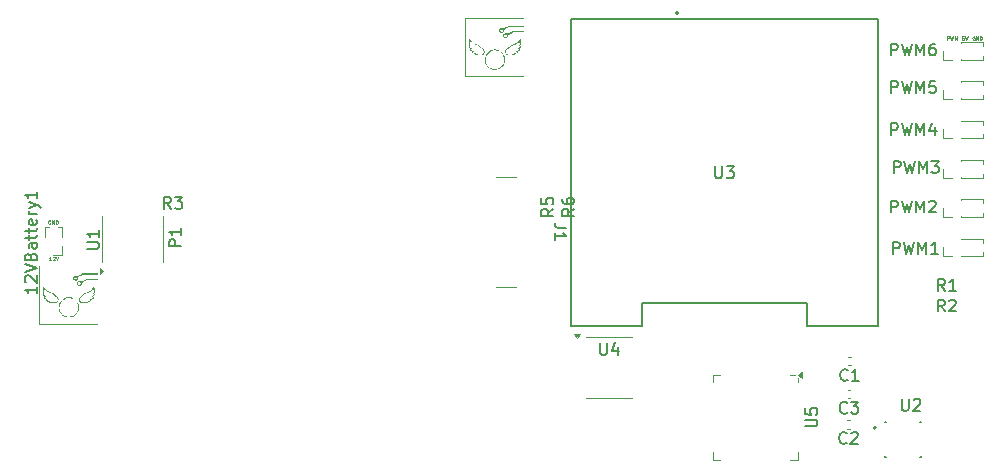
<source format=gbr>
%TF.GenerationSoftware,KiCad,Pcbnew,9.0.3*%
%TF.CreationDate,2025-07-28T19:10:52+02:00*%
%TF.ProjectId,hermes,6865726d-6573-42e6-9b69-6361645f7063,rev?*%
%TF.SameCoordinates,Original*%
%TF.FileFunction,Legend,Top*%
%TF.FilePolarity,Positive*%
%FSLAX46Y46*%
G04 Gerber Fmt 4.6, Leading zero omitted, Abs format (unit mm)*
G04 Created by KiCad (PCBNEW 9.0.3) date 2025-07-28 19:10:52*
%MOMM*%
%LPD*%
G01*
G04 APERTURE LIST*
%ADD10C,0.075000*%
%ADD11C,0.150000*%
%ADD12C,0.000000*%
%ADD13C,0.120000*%
%ADD14C,0.200000*%
%ADD15C,0.127000*%
G04 APERTURE END LIST*
D10*
X184067913Y-89133671D02*
X184039342Y-89119385D01*
X184039342Y-89119385D02*
X183996484Y-89119385D01*
X183996484Y-89119385D02*
X183953627Y-89133671D01*
X183953627Y-89133671D02*
X183925056Y-89162242D01*
X183925056Y-89162242D02*
X183910770Y-89190814D01*
X183910770Y-89190814D02*
X183896484Y-89247957D01*
X183896484Y-89247957D02*
X183896484Y-89290814D01*
X183896484Y-89290814D02*
X183910770Y-89347957D01*
X183910770Y-89347957D02*
X183925056Y-89376528D01*
X183925056Y-89376528D02*
X183953627Y-89405100D01*
X183953627Y-89405100D02*
X183996484Y-89419385D01*
X183996484Y-89419385D02*
X184025056Y-89419385D01*
X184025056Y-89419385D02*
X184067913Y-89405100D01*
X184067913Y-89405100D02*
X184082199Y-89390814D01*
X184082199Y-89390814D02*
X184082199Y-89290814D01*
X184082199Y-89290814D02*
X184025056Y-89290814D01*
X184210770Y-89419385D02*
X184210770Y-89119385D01*
X184210770Y-89119385D02*
X184382199Y-89419385D01*
X184382199Y-89419385D02*
X184382199Y-89119385D01*
X184525056Y-89419385D02*
X184525056Y-89119385D01*
X184525056Y-89119385D02*
X184596485Y-89119385D01*
X184596485Y-89119385D02*
X184639342Y-89133671D01*
X184639342Y-89133671D02*
X184667913Y-89162242D01*
X184667913Y-89162242D02*
X184682199Y-89190814D01*
X184682199Y-89190814D02*
X184696485Y-89247957D01*
X184696485Y-89247957D02*
X184696485Y-89290814D01*
X184696485Y-89290814D02*
X184682199Y-89347957D01*
X184682199Y-89347957D02*
X184667913Y-89376528D01*
X184667913Y-89376528D02*
X184639342Y-89405100D01*
X184639342Y-89405100D02*
X184596485Y-89419385D01*
X184596485Y-89419385D02*
X184525056Y-89419385D01*
X181750770Y-89409385D02*
X181750770Y-89109385D01*
X181750770Y-89109385D02*
X181865056Y-89109385D01*
X181865056Y-89109385D02*
X181893627Y-89123671D01*
X181893627Y-89123671D02*
X181907913Y-89137957D01*
X181907913Y-89137957D02*
X181922199Y-89166528D01*
X181922199Y-89166528D02*
X181922199Y-89209385D01*
X181922199Y-89209385D02*
X181907913Y-89237957D01*
X181907913Y-89237957D02*
X181893627Y-89252242D01*
X181893627Y-89252242D02*
X181865056Y-89266528D01*
X181865056Y-89266528D02*
X181750770Y-89266528D01*
X182022199Y-89109385D02*
X182093627Y-89409385D01*
X182093627Y-89409385D02*
X182150770Y-89195100D01*
X182150770Y-89195100D02*
X182207913Y-89409385D01*
X182207913Y-89409385D02*
X182279342Y-89109385D01*
X182393627Y-89409385D02*
X182393627Y-89109385D01*
X182393627Y-89109385D02*
X182493627Y-89323671D01*
X182493627Y-89323671D02*
X182593627Y-89109385D01*
X182593627Y-89109385D02*
X182593627Y-89409385D01*
X183193627Y-89109385D02*
X183050770Y-89109385D01*
X183050770Y-89109385D02*
X183036484Y-89252242D01*
X183036484Y-89252242D02*
X183050770Y-89237957D01*
X183050770Y-89237957D02*
X183079342Y-89223671D01*
X183079342Y-89223671D02*
X183150770Y-89223671D01*
X183150770Y-89223671D02*
X183179342Y-89237957D01*
X183179342Y-89237957D02*
X183193627Y-89252242D01*
X183193627Y-89252242D02*
X183207913Y-89280814D01*
X183207913Y-89280814D02*
X183207913Y-89352242D01*
X183207913Y-89352242D02*
X183193627Y-89380814D01*
X183193627Y-89380814D02*
X183179342Y-89395100D01*
X183179342Y-89395100D02*
X183150770Y-89409385D01*
X183150770Y-89409385D02*
X183079342Y-89409385D01*
X183079342Y-89409385D02*
X183050770Y-89395100D01*
X183050770Y-89395100D02*
X183036484Y-89380814D01*
X183293627Y-89109385D02*
X183393627Y-89409385D01*
X183393627Y-89409385D02*
X183493627Y-89109385D01*
X105827913Y-104723671D02*
X105799342Y-104709385D01*
X105799342Y-104709385D02*
X105756484Y-104709385D01*
X105756484Y-104709385D02*
X105713627Y-104723671D01*
X105713627Y-104723671D02*
X105685056Y-104752242D01*
X105685056Y-104752242D02*
X105670770Y-104780814D01*
X105670770Y-104780814D02*
X105656484Y-104837957D01*
X105656484Y-104837957D02*
X105656484Y-104880814D01*
X105656484Y-104880814D02*
X105670770Y-104937957D01*
X105670770Y-104937957D02*
X105685056Y-104966528D01*
X105685056Y-104966528D02*
X105713627Y-104995100D01*
X105713627Y-104995100D02*
X105756484Y-105009385D01*
X105756484Y-105009385D02*
X105785056Y-105009385D01*
X105785056Y-105009385D02*
X105827913Y-104995100D01*
X105827913Y-104995100D02*
X105842199Y-104980814D01*
X105842199Y-104980814D02*
X105842199Y-104880814D01*
X105842199Y-104880814D02*
X105785056Y-104880814D01*
X105970770Y-105009385D02*
X105970770Y-104709385D01*
X105970770Y-104709385D02*
X106142199Y-105009385D01*
X106142199Y-105009385D02*
X106142199Y-104709385D01*
X106285056Y-105009385D02*
X106285056Y-104709385D01*
X106285056Y-104709385D02*
X106356485Y-104709385D01*
X106356485Y-104709385D02*
X106399342Y-104723671D01*
X106399342Y-104723671D02*
X106427913Y-104752242D01*
X106427913Y-104752242D02*
X106442199Y-104780814D01*
X106442199Y-104780814D02*
X106456485Y-104837957D01*
X106456485Y-104837957D02*
X106456485Y-104880814D01*
X106456485Y-104880814D02*
X106442199Y-104937957D01*
X106442199Y-104937957D02*
X106427913Y-104966528D01*
X106427913Y-104966528D02*
X106399342Y-104995100D01*
X106399342Y-104995100D02*
X106356485Y-105009385D01*
X106356485Y-105009385D02*
X106285056Y-105009385D01*
X105917913Y-108089385D02*
X105746484Y-108089385D01*
X105832199Y-108089385D02*
X105832199Y-107789385D01*
X105832199Y-107789385D02*
X105803627Y-107832242D01*
X105803627Y-107832242D02*
X105775056Y-107860814D01*
X105775056Y-107860814D02*
X105746484Y-107875100D01*
X106032198Y-107817957D02*
X106046484Y-107803671D01*
X106046484Y-107803671D02*
X106075056Y-107789385D01*
X106075056Y-107789385D02*
X106146484Y-107789385D01*
X106146484Y-107789385D02*
X106175056Y-107803671D01*
X106175056Y-107803671D02*
X106189341Y-107817957D01*
X106189341Y-107817957D02*
X106203627Y-107846528D01*
X106203627Y-107846528D02*
X106203627Y-107875100D01*
X106203627Y-107875100D02*
X106189341Y-107917957D01*
X106189341Y-107917957D02*
X106017913Y-108089385D01*
X106017913Y-108089385D02*
X106203627Y-108089385D01*
X106289341Y-107789385D02*
X106389341Y-108089385D01*
X106389341Y-108089385D02*
X106489341Y-107789385D01*
D11*
X152378095Y-115084819D02*
X152378095Y-115894342D01*
X152378095Y-115894342D02*
X152425714Y-115989580D01*
X152425714Y-115989580D02*
X152473333Y-116037200D01*
X152473333Y-116037200D02*
X152568571Y-116084819D01*
X152568571Y-116084819D02*
X152759047Y-116084819D01*
X152759047Y-116084819D02*
X152854285Y-116037200D01*
X152854285Y-116037200D02*
X152901904Y-115989580D01*
X152901904Y-115989580D02*
X152949523Y-115894342D01*
X152949523Y-115894342D02*
X152949523Y-115084819D01*
X153854285Y-115418152D02*
X153854285Y-116084819D01*
X153616190Y-115037200D02*
X153378095Y-115751485D01*
X153378095Y-115751485D02*
X153997142Y-115751485D01*
X162128095Y-100134819D02*
X162128095Y-100944342D01*
X162128095Y-100944342D02*
X162175714Y-101039580D01*
X162175714Y-101039580D02*
X162223333Y-101087200D01*
X162223333Y-101087200D02*
X162318571Y-101134819D01*
X162318571Y-101134819D02*
X162509047Y-101134819D01*
X162509047Y-101134819D02*
X162604285Y-101087200D01*
X162604285Y-101087200D02*
X162651904Y-101039580D01*
X162651904Y-101039580D02*
X162699523Y-100944342D01*
X162699523Y-100944342D02*
X162699523Y-100134819D01*
X163080476Y-100134819D02*
X163699523Y-100134819D01*
X163699523Y-100134819D02*
X163366190Y-100515771D01*
X163366190Y-100515771D02*
X163509047Y-100515771D01*
X163509047Y-100515771D02*
X163604285Y-100563390D01*
X163604285Y-100563390D02*
X163651904Y-100611009D01*
X163651904Y-100611009D02*
X163699523Y-100706247D01*
X163699523Y-100706247D02*
X163699523Y-100944342D01*
X163699523Y-100944342D02*
X163651904Y-101039580D01*
X163651904Y-101039580D02*
X163604285Y-101087200D01*
X163604285Y-101087200D02*
X163509047Y-101134819D01*
X163509047Y-101134819D02*
X163223333Y-101134819D01*
X163223333Y-101134819D02*
X163128095Y-101087200D01*
X163128095Y-101087200D02*
X163080476Y-101039580D01*
X177009048Y-90724819D02*
X177009048Y-89724819D01*
X177009048Y-89724819D02*
X177390000Y-89724819D01*
X177390000Y-89724819D02*
X177485238Y-89772438D01*
X177485238Y-89772438D02*
X177532857Y-89820057D01*
X177532857Y-89820057D02*
X177580476Y-89915295D01*
X177580476Y-89915295D02*
X177580476Y-90058152D01*
X177580476Y-90058152D02*
X177532857Y-90153390D01*
X177532857Y-90153390D02*
X177485238Y-90201009D01*
X177485238Y-90201009D02*
X177390000Y-90248628D01*
X177390000Y-90248628D02*
X177009048Y-90248628D01*
X177913810Y-89724819D02*
X178151905Y-90724819D01*
X178151905Y-90724819D02*
X178342381Y-90010533D01*
X178342381Y-90010533D02*
X178532857Y-90724819D01*
X178532857Y-90724819D02*
X178770953Y-89724819D01*
X179151905Y-90724819D02*
X179151905Y-89724819D01*
X179151905Y-89724819D02*
X179485238Y-90439104D01*
X179485238Y-90439104D02*
X179818571Y-89724819D01*
X179818571Y-89724819D02*
X179818571Y-90724819D01*
X180723333Y-89724819D02*
X180532857Y-89724819D01*
X180532857Y-89724819D02*
X180437619Y-89772438D01*
X180437619Y-89772438D02*
X180390000Y-89820057D01*
X180390000Y-89820057D02*
X180294762Y-89962914D01*
X180294762Y-89962914D02*
X180247143Y-90153390D01*
X180247143Y-90153390D02*
X180247143Y-90534342D01*
X180247143Y-90534342D02*
X180294762Y-90629580D01*
X180294762Y-90629580D02*
X180342381Y-90677200D01*
X180342381Y-90677200D02*
X180437619Y-90724819D01*
X180437619Y-90724819D02*
X180628095Y-90724819D01*
X180628095Y-90724819D02*
X180723333Y-90677200D01*
X180723333Y-90677200D02*
X180770952Y-90629580D01*
X180770952Y-90629580D02*
X180818571Y-90534342D01*
X180818571Y-90534342D02*
X180818571Y-90296247D01*
X180818571Y-90296247D02*
X180770952Y-90201009D01*
X180770952Y-90201009D02*
X180723333Y-90153390D01*
X180723333Y-90153390D02*
X180628095Y-90105771D01*
X180628095Y-90105771D02*
X180437619Y-90105771D01*
X180437619Y-90105771D02*
X180342381Y-90153390D01*
X180342381Y-90153390D02*
X180294762Y-90201009D01*
X180294762Y-90201009D02*
X180247143Y-90296247D01*
X177009048Y-93904819D02*
X177009048Y-92904819D01*
X177009048Y-92904819D02*
X177390000Y-92904819D01*
X177390000Y-92904819D02*
X177485238Y-92952438D01*
X177485238Y-92952438D02*
X177532857Y-93000057D01*
X177532857Y-93000057D02*
X177580476Y-93095295D01*
X177580476Y-93095295D02*
X177580476Y-93238152D01*
X177580476Y-93238152D02*
X177532857Y-93333390D01*
X177532857Y-93333390D02*
X177485238Y-93381009D01*
X177485238Y-93381009D02*
X177390000Y-93428628D01*
X177390000Y-93428628D02*
X177009048Y-93428628D01*
X177913810Y-92904819D02*
X178151905Y-93904819D01*
X178151905Y-93904819D02*
X178342381Y-93190533D01*
X178342381Y-93190533D02*
X178532857Y-93904819D01*
X178532857Y-93904819D02*
X178770953Y-92904819D01*
X179151905Y-93904819D02*
X179151905Y-92904819D01*
X179151905Y-92904819D02*
X179485238Y-93619104D01*
X179485238Y-93619104D02*
X179818571Y-92904819D01*
X179818571Y-92904819D02*
X179818571Y-93904819D01*
X180770952Y-92904819D02*
X180294762Y-92904819D01*
X180294762Y-92904819D02*
X180247143Y-93381009D01*
X180247143Y-93381009D02*
X180294762Y-93333390D01*
X180294762Y-93333390D02*
X180390000Y-93285771D01*
X180390000Y-93285771D02*
X180628095Y-93285771D01*
X180628095Y-93285771D02*
X180723333Y-93333390D01*
X180723333Y-93333390D02*
X180770952Y-93381009D01*
X180770952Y-93381009D02*
X180818571Y-93476247D01*
X180818571Y-93476247D02*
X180818571Y-93714342D01*
X180818571Y-93714342D02*
X180770952Y-93809580D01*
X180770952Y-93809580D02*
X180723333Y-93857200D01*
X180723333Y-93857200D02*
X180628095Y-93904819D01*
X180628095Y-93904819D02*
X180390000Y-93904819D01*
X180390000Y-93904819D02*
X180294762Y-93857200D01*
X180294762Y-93857200D02*
X180247143Y-93809580D01*
X177923095Y-119809819D02*
X177923095Y-120619342D01*
X177923095Y-120619342D02*
X177970714Y-120714580D01*
X177970714Y-120714580D02*
X178018333Y-120762200D01*
X178018333Y-120762200D02*
X178113571Y-120809819D01*
X178113571Y-120809819D02*
X178304047Y-120809819D01*
X178304047Y-120809819D02*
X178399285Y-120762200D01*
X178399285Y-120762200D02*
X178446904Y-120714580D01*
X178446904Y-120714580D02*
X178494523Y-120619342D01*
X178494523Y-120619342D02*
X178494523Y-119809819D01*
X178923095Y-119905057D02*
X178970714Y-119857438D01*
X178970714Y-119857438D02*
X179065952Y-119809819D01*
X179065952Y-119809819D02*
X179304047Y-119809819D01*
X179304047Y-119809819D02*
X179399285Y-119857438D01*
X179399285Y-119857438D02*
X179446904Y-119905057D01*
X179446904Y-119905057D02*
X179494523Y-120000295D01*
X179494523Y-120000295D02*
X179494523Y-120095533D01*
X179494523Y-120095533D02*
X179446904Y-120238390D01*
X179446904Y-120238390D02*
X178875476Y-120809819D01*
X178875476Y-120809819D02*
X179494523Y-120809819D01*
X169764819Y-122141904D02*
X170574342Y-122141904D01*
X170574342Y-122141904D02*
X170669580Y-122094285D01*
X170669580Y-122094285D02*
X170717200Y-122046666D01*
X170717200Y-122046666D02*
X170764819Y-121951428D01*
X170764819Y-121951428D02*
X170764819Y-121760952D01*
X170764819Y-121760952D02*
X170717200Y-121665714D01*
X170717200Y-121665714D02*
X170669580Y-121618095D01*
X170669580Y-121618095D02*
X170574342Y-121570476D01*
X170574342Y-121570476D02*
X169764819Y-121570476D01*
X169764819Y-120618095D02*
X169764819Y-121094285D01*
X169764819Y-121094285D02*
X170241009Y-121141904D01*
X170241009Y-121141904D02*
X170193390Y-121094285D01*
X170193390Y-121094285D02*
X170145771Y-120999047D01*
X170145771Y-120999047D02*
X170145771Y-120760952D01*
X170145771Y-120760952D02*
X170193390Y-120665714D01*
X170193390Y-120665714D02*
X170241009Y-120618095D01*
X170241009Y-120618095D02*
X170336247Y-120570476D01*
X170336247Y-120570476D02*
X170574342Y-120570476D01*
X170574342Y-120570476D02*
X170669580Y-120618095D01*
X170669580Y-120618095D02*
X170717200Y-120665714D01*
X170717200Y-120665714D02*
X170764819Y-120760952D01*
X170764819Y-120760952D02*
X170764819Y-120999047D01*
X170764819Y-120999047D02*
X170717200Y-121094285D01*
X170717200Y-121094285D02*
X170669580Y-121141904D01*
X177009048Y-97484819D02*
X177009048Y-96484819D01*
X177009048Y-96484819D02*
X177390000Y-96484819D01*
X177390000Y-96484819D02*
X177485238Y-96532438D01*
X177485238Y-96532438D02*
X177532857Y-96580057D01*
X177532857Y-96580057D02*
X177580476Y-96675295D01*
X177580476Y-96675295D02*
X177580476Y-96818152D01*
X177580476Y-96818152D02*
X177532857Y-96913390D01*
X177532857Y-96913390D02*
X177485238Y-96961009D01*
X177485238Y-96961009D02*
X177390000Y-97008628D01*
X177390000Y-97008628D02*
X177009048Y-97008628D01*
X177913810Y-96484819D02*
X178151905Y-97484819D01*
X178151905Y-97484819D02*
X178342381Y-96770533D01*
X178342381Y-96770533D02*
X178532857Y-97484819D01*
X178532857Y-97484819D02*
X178770953Y-96484819D01*
X179151905Y-97484819D02*
X179151905Y-96484819D01*
X179151905Y-96484819D02*
X179485238Y-97199104D01*
X179485238Y-97199104D02*
X179818571Y-96484819D01*
X179818571Y-96484819D02*
X179818571Y-97484819D01*
X180723333Y-96818152D02*
X180723333Y-97484819D01*
X180485238Y-96437200D02*
X180247143Y-97151485D01*
X180247143Y-97151485D02*
X180866190Y-97151485D01*
X177169048Y-107524819D02*
X177169048Y-106524819D01*
X177169048Y-106524819D02*
X177550000Y-106524819D01*
X177550000Y-106524819D02*
X177645238Y-106572438D01*
X177645238Y-106572438D02*
X177692857Y-106620057D01*
X177692857Y-106620057D02*
X177740476Y-106715295D01*
X177740476Y-106715295D02*
X177740476Y-106858152D01*
X177740476Y-106858152D02*
X177692857Y-106953390D01*
X177692857Y-106953390D02*
X177645238Y-107001009D01*
X177645238Y-107001009D02*
X177550000Y-107048628D01*
X177550000Y-107048628D02*
X177169048Y-107048628D01*
X178073810Y-106524819D02*
X178311905Y-107524819D01*
X178311905Y-107524819D02*
X178502381Y-106810533D01*
X178502381Y-106810533D02*
X178692857Y-107524819D01*
X178692857Y-107524819D02*
X178930953Y-106524819D01*
X179311905Y-107524819D02*
X179311905Y-106524819D01*
X179311905Y-106524819D02*
X179645238Y-107239104D01*
X179645238Y-107239104D02*
X179978571Y-106524819D01*
X179978571Y-106524819D02*
X179978571Y-107524819D01*
X180978571Y-107524819D02*
X180407143Y-107524819D01*
X180692857Y-107524819D02*
X180692857Y-106524819D01*
X180692857Y-106524819D02*
X180597619Y-106667676D01*
X180597619Y-106667676D02*
X180502381Y-106762914D01*
X180502381Y-106762914D02*
X180407143Y-106810533D01*
X150164819Y-103716666D02*
X149688628Y-104049999D01*
X150164819Y-104288094D02*
X149164819Y-104288094D01*
X149164819Y-104288094D02*
X149164819Y-103907142D01*
X149164819Y-103907142D02*
X149212438Y-103811904D01*
X149212438Y-103811904D02*
X149260057Y-103764285D01*
X149260057Y-103764285D02*
X149355295Y-103716666D01*
X149355295Y-103716666D02*
X149498152Y-103716666D01*
X149498152Y-103716666D02*
X149593390Y-103764285D01*
X149593390Y-103764285D02*
X149641009Y-103811904D01*
X149641009Y-103811904D02*
X149688628Y-103907142D01*
X149688628Y-103907142D02*
X149688628Y-104288094D01*
X149164819Y-102859523D02*
X149164819Y-103049999D01*
X149164819Y-103049999D02*
X149212438Y-103145237D01*
X149212438Y-103145237D02*
X149260057Y-103192856D01*
X149260057Y-103192856D02*
X149402914Y-103288094D01*
X149402914Y-103288094D02*
X149593390Y-103335713D01*
X149593390Y-103335713D02*
X149974342Y-103335713D01*
X149974342Y-103335713D02*
X150069580Y-103288094D01*
X150069580Y-103288094D02*
X150117200Y-103240475D01*
X150117200Y-103240475D02*
X150164819Y-103145237D01*
X150164819Y-103145237D02*
X150164819Y-102954761D01*
X150164819Y-102954761D02*
X150117200Y-102859523D01*
X150117200Y-102859523D02*
X150069580Y-102811904D01*
X150069580Y-102811904D02*
X149974342Y-102764285D01*
X149974342Y-102764285D02*
X149736247Y-102764285D01*
X149736247Y-102764285D02*
X149641009Y-102811904D01*
X149641009Y-102811904D02*
X149593390Y-102859523D01*
X149593390Y-102859523D02*
X149545771Y-102954761D01*
X149545771Y-102954761D02*
X149545771Y-103145237D01*
X149545771Y-103145237D02*
X149593390Y-103240475D01*
X149593390Y-103240475D02*
X149641009Y-103288094D01*
X149641009Y-103288094D02*
X149736247Y-103335713D01*
X181553333Y-110654819D02*
X181220000Y-110178628D01*
X180981905Y-110654819D02*
X180981905Y-109654819D01*
X180981905Y-109654819D02*
X181362857Y-109654819D01*
X181362857Y-109654819D02*
X181458095Y-109702438D01*
X181458095Y-109702438D02*
X181505714Y-109750057D01*
X181505714Y-109750057D02*
X181553333Y-109845295D01*
X181553333Y-109845295D02*
X181553333Y-109988152D01*
X181553333Y-109988152D02*
X181505714Y-110083390D01*
X181505714Y-110083390D02*
X181458095Y-110131009D01*
X181458095Y-110131009D02*
X181362857Y-110178628D01*
X181362857Y-110178628D02*
X180981905Y-110178628D01*
X182505714Y-110654819D02*
X181934286Y-110654819D01*
X182220000Y-110654819D02*
X182220000Y-109654819D01*
X182220000Y-109654819D02*
X182124762Y-109797676D01*
X182124762Y-109797676D02*
X182029524Y-109892914D01*
X182029524Y-109892914D02*
X181934286Y-109940533D01*
X148414819Y-103716666D02*
X147938628Y-104049999D01*
X148414819Y-104288094D02*
X147414819Y-104288094D01*
X147414819Y-104288094D02*
X147414819Y-103907142D01*
X147414819Y-103907142D02*
X147462438Y-103811904D01*
X147462438Y-103811904D02*
X147510057Y-103764285D01*
X147510057Y-103764285D02*
X147605295Y-103716666D01*
X147605295Y-103716666D02*
X147748152Y-103716666D01*
X147748152Y-103716666D02*
X147843390Y-103764285D01*
X147843390Y-103764285D02*
X147891009Y-103811904D01*
X147891009Y-103811904D02*
X147938628Y-103907142D01*
X147938628Y-103907142D02*
X147938628Y-104288094D01*
X147414819Y-102811904D02*
X147414819Y-103288094D01*
X147414819Y-103288094D02*
X147891009Y-103335713D01*
X147891009Y-103335713D02*
X147843390Y-103288094D01*
X147843390Y-103288094D02*
X147795771Y-103192856D01*
X147795771Y-103192856D02*
X147795771Y-102954761D01*
X147795771Y-102954761D02*
X147843390Y-102859523D01*
X147843390Y-102859523D02*
X147891009Y-102811904D01*
X147891009Y-102811904D02*
X147986247Y-102764285D01*
X147986247Y-102764285D02*
X148224342Y-102764285D01*
X148224342Y-102764285D02*
X148319580Y-102811904D01*
X148319580Y-102811904D02*
X148367200Y-102859523D01*
X148367200Y-102859523D02*
X148414819Y-102954761D01*
X148414819Y-102954761D02*
X148414819Y-103192856D01*
X148414819Y-103192856D02*
X148367200Y-103288094D01*
X148367200Y-103288094D02*
X148319580Y-103335713D01*
X177239048Y-100674819D02*
X177239048Y-99674819D01*
X177239048Y-99674819D02*
X177620000Y-99674819D01*
X177620000Y-99674819D02*
X177715238Y-99722438D01*
X177715238Y-99722438D02*
X177762857Y-99770057D01*
X177762857Y-99770057D02*
X177810476Y-99865295D01*
X177810476Y-99865295D02*
X177810476Y-100008152D01*
X177810476Y-100008152D02*
X177762857Y-100103390D01*
X177762857Y-100103390D02*
X177715238Y-100151009D01*
X177715238Y-100151009D02*
X177620000Y-100198628D01*
X177620000Y-100198628D02*
X177239048Y-100198628D01*
X178143810Y-99674819D02*
X178381905Y-100674819D01*
X178381905Y-100674819D02*
X178572381Y-99960533D01*
X178572381Y-99960533D02*
X178762857Y-100674819D01*
X178762857Y-100674819D02*
X179000953Y-99674819D01*
X179381905Y-100674819D02*
X179381905Y-99674819D01*
X179381905Y-99674819D02*
X179715238Y-100389104D01*
X179715238Y-100389104D02*
X180048571Y-99674819D01*
X180048571Y-99674819D02*
X180048571Y-100674819D01*
X180429524Y-99674819D02*
X181048571Y-99674819D01*
X181048571Y-99674819D02*
X180715238Y-100055771D01*
X180715238Y-100055771D02*
X180858095Y-100055771D01*
X180858095Y-100055771D02*
X180953333Y-100103390D01*
X180953333Y-100103390D02*
X181000952Y-100151009D01*
X181000952Y-100151009D02*
X181048571Y-100246247D01*
X181048571Y-100246247D02*
X181048571Y-100484342D01*
X181048571Y-100484342D02*
X181000952Y-100579580D01*
X181000952Y-100579580D02*
X180953333Y-100627200D01*
X180953333Y-100627200D02*
X180858095Y-100674819D01*
X180858095Y-100674819D02*
X180572381Y-100674819D01*
X180572381Y-100674819D02*
X180477143Y-100627200D01*
X180477143Y-100627200D02*
X180429524Y-100579580D01*
X181553333Y-112404819D02*
X181220000Y-111928628D01*
X180981905Y-112404819D02*
X180981905Y-111404819D01*
X180981905Y-111404819D02*
X181362857Y-111404819D01*
X181362857Y-111404819D02*
X181458095Y-111452438D01*
X181458095Y-111452438D02*
X181505714Y-111500057D01*
X181505714Y-111500057D02*
X181553333Y-111595295D01*
X181553333Y-111595295D02*
X181553333Y-111738152D01*
X181553333Y-111738152D02*
X181505714Y-111833390D01*
X181505714Y-111833390D02*
X181458095Y-111881009D01*
X181458095Y-111881009D02*
X181362857Y-111928628D01*
X181362857Y-111928628D02*
X180981905Y-111928628D01*
X181934286Y-111500057D02*
X181981905Y-111452438D01*
X181981905Y-111452438D02*
X182077143Y-111404819D01*
X182077143Y-111404819D02*
X182315238Y-111404819D01*
X182315238Y-111404819D02*
X182410476Y-111452438D01*
X182410476Y-111452438D02*
X182458095Y-111500057D01*
X182458095Y-111500057D02*
X182505714Y-111595295D01*
X182505714Y-111595295D02*
X182505714Y-111690533D01*
X182505714Y-111690533D02*
X182458095Y-111833390D01*
X182458095Y-111833390D02*
X181886667Y-112404819D01*
X181886667Y-112404819D02*
X182505714Y-112404819D01*
X173293333Y-120959580D02*
X173245714Y-121007200D01*
X173245714Y-121007200D02*
X173102857Y-121054819D01*
X173102857Y-121054819D02*
X173007619Y-121054819D01*
X173007619Y-121054819D02*
X172864762Y-121007200D01*
X172864762Y-121007200D02*
X172769524Y-120911961D01*
X172769524Y-120911961D02*
X172721905Y-120816723D01*
X172721905Y-120816723D02*
X172674286Y-120626247D01*
X172674286Y-120626247D02*
X172674286Y-120483390D01*
X172674286Y-120483390D02*
X172721905Y-120292914D01*
X172721905Y-120292914D02*
X172769524Y-120197676D01*
X172769524Y-120197676D02*
X172864762Y-120102438D01*
X172864762Y-120102438D02*
X173007619Y-120054819D01*
X173007619Y-120054819D02*
X173102857Y-120054819D01*
X173102857Y-120054819D02*
X173245714Y-120102438D01*
X173245714Y-120102438D02*
X173293333Y-120150057D01*
X173626667Y-120054819D02*
X174245714Y-120054819D01*
X174245714Y-120054819D02*
X173912381Y-120435771D01*
X173912381Y-120435771D02*
X174055238Y-120435771D01*
X174055238Y-120435771D02*
X174150476Y-120483390D01*
X174150476Y-120483390D02*
X174198095Y-120531009D01*
X174198095Y-120531009D02*
X174245714Y-120626247D01*
X174245714Y-120626247D02*
X174245714Y-120864342D01*
X174245714Y-120864342D02*
X174198095Y-120959580D01*
X174198095Y-120959580D02*
X174150476Y-121007200D01*
X174150476Y-121007200D02*
X174055238Y-121054819D01*
X174055238Y-121054819D02*
X173769524Y-121054819D01*
X173769524Y-121054819D02*
X173674286Y-121007200D01*
X173674286Y-121007200D02*
X173626667Y-120959580D01*
X173243333Y-123519580D02*
X173195714Y-123567200D01*
X173195714Y-123567200D02*
X173052857Y-123614819D01*
X173052857Y-123614819D02*
X172957619Y-123614819D01*
X172957619Y-123614819D02*
X172814762Y-123567200D01*
X172814762Y-123567200D02*
X172719524Y-123471961D01*
X172719524Y-123471961D02*
X172671905Y-123376723D01*
X172671905Y-123376723D02*
X172624286Y-123186247D01*
X172624286Y-123186247D02*
X172624286Y-123043390D01*
X172624286Y-123043390D02*
X172671905Y-122852914D01*
X172671905Y-122852914D02*
X172719524Y-122757676D01*
X172719524Y-122757676D02*
X172814762Y-122662438D01*
X172814762Y-122662438D02*
X172957619Y-122614819D01*
X172957619Y-122614819D02*
X173052857Y-122614819D01*
X173052857Y-122614819D02*
X173195714Y-122662438D01*
X173195714Y-122662438D02*
X173243333Y-122710057D01*
X173624286Y-122710057D02*
X173671905Y-122662438D01*
X173671905Y-122662438D02*
X173767143Y-122614819D01*
X173767143Y-122614819D02*
X174005238Y-122614819D01*
X174005238Y-122614819D02*
X174100476Y-122662438D01*
X174100476Y-122662438D02*
X174148095Y-122710057D01*
X174148095Y-122710057D02*
X174195714Y-122805295D01*
X174195714Y-122805295D02*
X174195714Y-122900533D01*
X174195714Y-122900533D02*
X174148095Y-123043390D01*
X174148095Y-123043390D02*
X173576667Y-123614819D01*
X173576667Y-123614819D02*
X174195714Y-123614819D01*
X149525180Y-105336666D02*
X148810895Y-105336666D01*
X148810895Y-105336666D02*
X148668038Y-105289047D01*
X148668038Y-105289047D02*
X148572800Y-105193809D01*
X148572800Y-105193809D02*
X148525180Y-105050952D01*
X148525180Y-105050952D02*
X148525180Y-104955714D01*
X148525180Y-106336666D02*
X148525180Y-105765238D01*
X148525180Y-106050952D02*
X149525180Y-106050952D01*
X149525180Y-106050952D02*
X149382323Y-105955714D01*
X149382323Y-105955714D02*
X149287085Y-105860476D01*
X149287085Y-105860476D02*
X149239466Y-105765238D01*
X173333333Y-118189580D02*
X173285714Y-118237200D01*
X173285714Y-118237200D02*
X173142857Y-118284819D01*
X173142857Y-118284819D02*
X173047619Y-118284819D01*
X173047619Y-118284819D02*
X172904762Y-118237200D01*
X172904762Y-118237200D02*
X172809524Y-118141961D01*
X172809524Y-118141961D02*
X172761905Y-118046723D01*
X172761905Y-118046723D02*
X172714286Y-117856247D01*
X172714286Y-117856247D02*
X172714286Y-117713390D01*
X172714286Y-117713390D02*
X172761905Y-117522914D01*
X172761905Y-117522914D02*
X172809524Y-117427676D01*
X172809524Y-117427676D02*
X172904762Y-117332438D01*
X172904762Y-117332438D02*
X173047619Y-117284819D01*
X173047619Y-117284819D02*
X173142857Y-117284819D01*
X173142857Y-117284819D02*
X173285714Y-117332438D01*
X173285714Y-117332438D02*
X173333333Y-117380057D01*
X174285714Y-118284819D02*
X173714286Y-118284819D01*
X174000000Y-118284819D02*
X174000000Y-117284819D01*
X174000000Y-117284819D02*
X173904762Y-117427676D01*
X173904762Y-117427676D02*
X173809524Y-117522914D01*
X173809524Y-117522914D02*
X173714286Y-117570533D01*
X177009048Y-104024819D02*
X177009048Y-103024819D01*
X177009048Y-103024819D02*
X177390000Y-103024819D01*
X177390000Y-103024819D02*
X177485238Y-103072438D01*
X177485238Y-103072438D02*
X177532857Y-103120057D01*
X177532857Y-103120057D02*
X177580476Y-103215295D01*
X177580476Y-103215295D02*
X177580476Y-103358152D01*
X177580476Y-103358152D02*
X177532857Y-103453390D01*
X177532857Y-103453390D02*
X177485238Y-103501009D01*
X177485238Y-103501009D02*
X177390000Y-103548628D01*
X177390000Y-103548628D02*
X177009048Y-103548628D01*
X177913810Y-103024819D02*
X178151905Y-104024819D01*
X178151905Y-104024819D02*
X178342381Y-103310533D01*
X178342381Y-103310533D02*
X178532857Y-104024819D01*
X178532857Y-104024819D02*
X178770953Y-103024819D01*
X179151905Y-104024819D02*
X179151905Y-103024819D01*
X179151905Y-103024819D02*
X179485238Y-103739104D01*
X179485238Y-103739104D02*
X179818571Y-103024819D01*
X179818571Y-103024819D02*
X179818571Y-104024819D01*
X180247143Y-103120057D02*
X180294762Y-103072438D01*
X180294762Y-103072438D02*
X180390000Y-103024819D01*
X180390000Y-103024819D02*
X180628095Y-103024819D01*
X180628095Y-103024819D02*
X180723333Y-103072438D01*
X180723333Y-103072438D02*
X180770952Y-103120057D01*
X180770952Y-103120057D02*
X180818571Y-103215295D01*
X180818571Y-103215295D02*
X180818571Y-103310533D01*
X180818571Y-103310533D02*
X180770952Y-103453390D01*
X180770952Y-103453390D02*
X180199524Y-104024819D01*
X180199524Y-104024819D02*
X180818571Y-104024819D01*
X104674819Y-110318096D02*
X104674819Y-110889524D01*
X104674819Y-110603810D02*
X103674819Y-110603810D01*
X103674819Y-110603810D02*
X103817676Y-110699048D01*
X103817676Y-110699048D02*
X103912914Y-110794286D01*
X103912914Y-110794286D02*
X103960533Y-110889524D01*
X103770057Y-109937143D02*
X103722438Y-109889524D01*
X103722438Y-109889524D02*
X103674819Y-109794286D01*
X103674819Y-109794286D02*
X103674819Y-109556191D01*
X103674819Y-109556191D02*
X103722438Y-109460953D01*
X103722438Y-109460953D02*
X103770057Y-109413334D01*
X103770057Y-109413334D02*
X103865295Y-109365715D01*
X103865295Y-109365715D02*
X103960533Y-109365715D01*
X103960533Y-109365715D02*
X104103390Y-109413334D01*
X104103390Y-109413334D02*
X104674819Y-109984762D01*
X104674819Y-109984762D02*
X104674819Y-109365715D01*
X103674819Y-109080000D02*
X104674819Y-108746667D01*
X104674819Y-108746667D02*
X103674819Y-108413334D01*
X104151009Y-107746667D02*
X104198628Y-107603810D01*
X104198628Y-107603810D02*
X104246247Y-107556191D01*
X104246247Y-107556191D02*
X104341485Y-107508572D01*
X104341485Y-107508572D02*
X104484342Y-107508572D01*
X104484342Y-107508572D02*
X104579580Y-107556191D01*
X104579580Y-107556191D02*
X104627200Y-107603810D01*
X104627200Y-107603810D02*
X104674819Y-107699048D01*
X104674819Y-107699048D02*
X104674819Y-108080000D01*
X104674819Y-108080000D02*
X103674819Y-108080000D01*
X103674819Y-108080000D02*
X103674819Y-107746667D01*
X103674819Y-107746667D02*
X103722438Y-107651429D01*
X103722438Y-107651429D02*
X103770057Y-107603810D01*
X103770057Y-107603810D02*
X103865295Y-107556191D01*
X103865295Y-107556191D02*
X103960533Y-107556191D01*
X103960533Y-107556191D02*
X104055771Y-107603810D01*
X104055771Y-107603810D02*
X104103390Y-107651429D01*
X104103390Y-107651429D02*
X104151009Y-107746667D01*
X104151009Y-107746667D02*
X104151009Y-108080000D01*
X104674819Y-106651429D02*
X104151009Y-106651429D01*
X104151009Y-106651429D02*
X104055771Y-106699048D01*
X104055771Y-106699048D02*
X104008152Y-106794286D01*
X104008152Y-106794286D02*
X104008152Y-106984762D01*
X104008152Y-106984762D02*
X104055771Y-107080000D01*
X104627200Y-106651429D02*
X104674819Y-106746667D01*
X104674819Y-106746667D02*
X104674819Y-106984762D01*
X104674819Y-106984762D02*
X104627200Y-107080000D01*
X104627200Y-107080000D02*
X104531961Y-107127619D01*
X104531961Y-107127619D02*
X104436723Y-107127619D01*
X104436723Y-107127619D02*
X104341485Y-107080000D01*
X104341485Y-107080000D02*
X104293866Y-106984762D01*
X104293866Y-106984762D02*
X104293866Y-106746667D01*
X104293866Y-106746667D02*
X104246247Y-106651429D01*
X104008152Y-106318095D02*
X104008152Y-105937143D01*
X103674819Y-106175238D02*
X104531961Y-106175238D01*
X104531961Y-106175238D02*
X104627200Y-106127619D01*
X104627200Y-106127619D02*
X104674819Y-106032381D01*
X104674819Y-106032381D02*
X104674819Y-105937143D01*
X104008152Y-105746666D02*
X104008152Y-105365714D01*
X103674819Y-105603809D02*
X104531961Y-105603809D01*
X104531961Y-105603809D02*
X104627200Y-105556190D01*
X104627200Y-105556190D02*
X104674819Y-105460952D01*
X104674819Y-105460952D02*
X104674819Y-105365714D01*
X104627200Y-104651428D02*
X104674819Y-104746666D01*
X104674819Y-104746666D02*
X104674819Y-104937142D01*
X104674819Y-104937142D02*
X104627200Y-105032380D01*
X104627200Y-105032380D02*
X104531961Y-105079999D01*
X104531961Y-105079999D02*
X104151009Y-105079999D01*
X104151009Y-105079999D02*
X104055771Y-105032380D01*
X104055771Y-105032380D02*
X104008152Y-104937142D01*
X104008152Y-104937142D02*
X104008152Y-104746666D01*
X104008152Y-104746666D02*
X104055771Y-104651428D01*
X104055771Y-104651428D02*
X104151009Y-104603809D01*
X104151009Y-104603809D02*
X104246247Y-104603809D01*
X104246247Y-104603809D02*
X104341485Y-105079999D01*
X104674819Y-104175237D02*
X104008152Y-104175237D01*
X104198628Y-104175237D02*
X104103390Y-104127618D01*
X104103390Y-104127618D02*
X104055771Y-104079999D01*
X104055771Y-104079999D02*
X104008152Y-103984761D01*
X104008152Y-103984761D02*
X104008152Y-103889523D01*
X104008152Y-103651427D02*
X104674819Y-103413332D01*
X104008152Y-103175237D02*
X104674819Y-103413332D01*
X104674819Y-103413332D02*
X104912914Y-103508570D01*
X104912914Y-103508570D02*
X104960533Y-103556189D01*
X104960533Y-103556189D02*
X105008152Y-103651427D01*
X104674819Y-102270475D02*
X104674819Y-102841903D01*
X104674819Y-102556189D02*
X103674819Y-102556189D01*
X103674819Y-102556189D02*
X103817676Y-102651427D01*
X103817676Y-102651427D02*
X103912914Y-102746665D01*
X103912914Y-102746665D02*
X103960533Y-102841903D01*
X116043333Y-103704819D02*
X115710000Y-103228628D01*
X115471905Y-103704819D02*
X115471905Y-102704819D01*
X115471905Y-102704819D02*
X115852857Y-102704819D01*
X115852857Y-102704819D02*
X115948095Y-102752438D01*
X115948095Y-102752438D02*
X115995714Y-102800057D01*
X115995714Y-102800057D02*
X116043333Y-102895295D01*
X116043333Y-102895295D02*
X116043333Y-103038152D01*
X116043333Y-103038152D02*
X115995714Y-103133390D01*
X115995714Y-103133390D02*
X115948095Y-103181009D01*
X115948095Y-103181009D02*
X115852857Y-103228628D01*
X115852857Y-103228628D02*
X115471905Y-103228628D01*
X116376667Y-102704819D02*
X116995714Y-102704819D01*
X116995714Y-102704819D02*
X116662381Y-103085771D01*
X116662381Y-103085771D02*
X116805238Y-103085771D01*
X116805238Y-103085771D02*
X116900476Y-103133390D01*
X116900476Y-103133390D02*
X116948095Y-103181009D01*
X116948095Y-103181009D02*
X116995714Y-103276247D01*
X116995714Y-103276247D02*
X116995714Y-103514342D01*
X116995714Y-103514342D02*
X116948095Y-103609580D01*
X116948095Y-103609580D02*
X116900476Y-103657200D01*
X116900476Y-103657200D02*
X116805238Y-103704819D01*
X116805238Y-103704819D02*
X116519524Y-103704819D01*
X116519524Y-103704819D02*
X116424286Y-103657200D01*
X116424286Y-103657200D02*
X116376667Y-103609580D01*
X108939819Y-107106904D02*
X109749342Y-107106904D01*
X109749342Y-107106904D02*
X109844580Y-107059285D01*
X109844580Y-107059285D02*
X109892200Y-107011666D01*
X109892200Y-107011666D02*
X109939819Y-106916428D01*
X109939819Y-106916428D02*
X109939819Y-106725952D01*
X109939819Y-106725952D02*
X109892200Y-106630714D01*
X109892200Y-106630714D02*
X109844580Y-106583095D01*
X109844580Y-106583095D02*
X109749342Y-106535476D01*
X109749342Y-106535476D02*
X108939819Y-106535476D01*
X109939819Y-105535476D02*
X109939819Y-106106904D01*
X109939819Y-105821190D02*
X108939819Y-105821190D01*
X108939819Y-105821190D02*
X109082676Y-105916428D01*
X109082676Y-105916428D02*
X109177914Y-106011666D01*
X109177914Y-106011666D02*
X109225533Y-106106904D01*
X116879819Y-106883094D02*
X115879819Y-106883094D01*
X115879819Y-106883094D02*
X115879819Y-106502142D01*
X115879819Y-106502142D02*
X115927438Y-106406904D01*
X115927438Y-106406904D02*
X115975057Y-106359285D01*
X115975057Y-106359285D02*
X116070295Y-106311666D01*
X116070295Y-106311666D02*
X116213152Y-106311666D01*
X116213152Y-106311666D02*
X116308390Y-106359285D01*
X116308390Y-106359285D02*
X116356009Y-106406904D01*
X116356009Y-106406904D02*
X116403628Y-106502142D01*
X116403628Y-106502142D02*
X116403628Y-106883094D01*
X116879819Y-105359285D02*
X116879819Y-105930713D01*
X116879819Y-105644999D02*
X115879819Y-105644999D01*
X115879819Y-105644999D02*
X116022676Y-105740237D01*
X116022676Y-105740237D02*
X116117914Y-105835475D01*
X116117914Y-105835475D02*
X116165533Y-105930713D01*
D12*
%TO.C,G\u002A\u002A\u002A*%
G36*
X145970000Y-90060000D02*
G01*
X145970000Y-92560000D01*
X143470000Y-92560000D01*
X140970000Y-92560000D01*
X140970000Y-92510000D01*
X141020000Y-92510000D01*
X143470000Y-92510000D01*
X145920000Y-92510000D01*
X145920000Y-90635000D01*
X145920000Y-88760000D01*
X145472235Y-88760000D01*
X145024471Y-88760000D01*
X144802359Y-88877500D01*
X144580247Y-88995000D01*
X144580123Y-89042821D01*
X144571381Y-89105589D01*
X144547462Y-89159446D01*
X144511306Y-89203070D01*
X144465856Y-89235138D01*
X144414053Y-89254326D01*
X144358837Y-89259312D01*
X144303151Y-89248774D01*
X144249936Y-89221388D01*
X144226239Y-89201969D01*
X144188122Y-89153851D01*
X144166788Y-89099486D01*
X144162205Y-89049386D01*
X144255000Y-89049386D01*
X144263716Y-89098015D01*
X144288825Y-89136567D01*
X144325000Y-89160971D01*
X144363159Y-89167882D01*
X144405205Y-89160228D01*
X144443520Y-89139804D01*
X144454066Y-89130549D01*
X144473683Y-89107474D01*
X144482761Y-89084066D01*
X144484999Y-89050693D01*
X144485000Y-89050000D01*
X144482904Y-89016621D01*
X144474004Y-88993169D01*
X144454383Y-88969781D01*
X144452307Y-88967692D01*
X144428514Y-88947079D01*
X144405419Y-88937491D01*
X144373159Y-88935008D01*
X144370000Y-88935000D01*
X144336621Y-88937095D01*
X144313169Y-88945995D01*
X144289781Y-88965616D01*
X144287692Y-88967692D01*
X144266929Y-88991734D01*
X144257370Y-89015139D01*
X144255001Y-89047933D01*
X144255000Y-89049386D01*
X144162205Y-89049386D01*
X144161565Y-89042392D01*
X144171784Y-88986092D01*
X144196774Y-88934105D01*
X144235866Y-88889952D01*
X144288390Y-88857154D01*
X144292178Y-88855530D01*
X144347110Y-88842088D01*
X144405022Y-88844001D01*
X144459678Y-88860257D01*
X144504839Y-88889848D01*
X144504967Y-88889969D01*
X144511463Y-88895444D01*
X144518782Y-88898496D01*
X144529074Y-88898238D01*
X144544492Y-88893783D01*
X144567186Y-88884242D01*
X144599307Y-88868728D01*
X144643007Y-88846353D01*
X144700438Y-88816229D01*
X144760103Y-88784690D01*
X144995000Y-88660397D01*
X145457500Y-88660198D01*
X145920000Y-88660000D01*
X145920000Y-88485000D01*
X145920000Y-88310000D01*
X145302122Y-88310000D01*
X144684245Y-88310000D01*
X144460597Y-88428794D01*
X144236950Y-88547589D01*
X144235975Y-88611294D01*
X144227336Y-88677222D01*
X144203300Y-88730659D01*
X144163357Y-88772465D01*
X144128181Y-88794033D01*
X144070961Y-88815227D01*
X144017342Y-88818314D01*
X143962388Y-88803247D01*
X143938985Y-88792156D01*
X143903085Y-88770158D01*
X143878252Y-88744808D01*
X143857843Y-88711014D01*
X143835552Y-88653455D01*
X143832551Y-88610031D01*
X143920000Y-88610031D01*
X143927974Y-88647131D01*
X143948358Y-88684055D01*
X143975840Y-88711353D01*
X143977556Y-88712452D01*
X144016303Y-88727829D01*
X144056744Y-88725162D01*
X144083928Y-88714838D01*
X144115610Y-88691516D01*
X144139318Y-88658726D01*
X144149865Y-88623920D01*
X144150000Y-88619968D01*
X144141628Y-88580593D01*
X144119577Y-88544336D01*
X144088442Y-88516207D01*
X144052817Y-88501216D01*
X144039968Y-88500000D01*
X144000593Y-88508371D01*
X143964336Y-88530422D01*
X143936207Y-88561557D01*
X143921216Y-88597182D01*
X143920000Y-88610031D01*
X143832551Y-88610031D01*
X143831755Y-88598519D01*
X143846344Y-88541492D01*
X143853491Y-88524972D01*
X143887566Y-88473170D01*
X143932912Y-88436521D01*
X143986734Y-88415964D01*
X144046233Y-88412437D01*
X144108613Y-88426880D01*
X144125184Y-88433798D01*
X144182742Y-88460149D01*
X144419858Y-88335074D01*
X144656974Y-88210000D01*
X145288487Y-88210000D01*
X145920000Y-88210000D01*
X145920000Y-87910000D01*
X145920000Y-87610000D01*
X143470000Y-87610000D01*
X141020000Y-87610000D01*
X141020000Y-90060000D01*
X141020000Y-92510000D01*
X140970000Y-92510000D01*
X140970000Y-90060000D01*
X140970000Y-87560000D01*
X143470000Y-87560000D01*
X145970000Y-87560000D01*
X145970000Y-90060000D01*
G37*
G36*
X143519009Y-90225580D02*
G01*
X143588718Y-90229552D01*
X143648599Y-90236940D01*
X143680000Y-90243725D01*
X143805993Y-90288451D01*
X143921794Y-90349813D01*
X144026147Y-90426557D01*
X144117797Y-90517427D01*
X144195489Y-90621168D01*
X144257969Y-90736525D01*
X144303981Y-90862243D01*
X144306172Y-90870023D01*
X144315851Y-90919977D01*
X144322120Y-90983730D01*
X144324976Y-91055377D01*
X144324419Y-91129009D01*
X144320447Y-91198718D01*
X144313059Y-91258599D01*
X144306274Y-91290000D01*
X144261897Y-91414887D01*
X144200903Y-91530109D01*
X144124708Y-91634240D01*
X144034728Y-91725858D01*
X143932379Y-91803540D01*
X143819076Y-91865863D01*
X143696234Y-91911403D01*
X143685000Y-91914563D01*
X143650323Y-91921303D01*
X143601462Y-91927221D01*
X143544120Y-91932000D01*
X143484000Y-91935321D01*
X143426806Y-91936867D01*
X143378242Y-91936319D01*
X143345000Y-91933523D01*
X143247360Y-91910723D01*
X143146072Y-91874360D01*
X143048567Y-91827521D01*
X142966564Y-91776383D01*
X142870439Y-91695535D01*
X142786519Y-91599993D01*
X142716313Y-91491959D01*
X142661326Y-91373636D01*
X142633827Y-91289976D01*
X142624148Y-91240022D01*
X142617879Y-91176269D01*
X142615023Y-91104622D01*
X142615514Y-91039709D01*
X142685096Y-91039709D01*
X142685495Y-91130354D01*
X142693920Y-91216631D01*
X142707962Y-91282991D01*
X142752079Y-91402970D01*
X142812232Y-91512099D01*
X142887084Y-91609165D01*
X142975300Y-91692949D01*
X143075543Y-91762239D01*
X143186477Y-91815816D01*
X143306767Y-91852467D01*
X143341639Y-91859476D01*
X143395829Y-91865143D01*
X143462205Y-91866032D01*
X143533637Y-91862552D01*
X143602995Y-91855111D01*
X143663149Y-91844117D01*
X143678286Y-91840202D01*
X143796618Y-91796718D01*
X143904663Y-91736685D01*
X144001096Y-91661429D01*
X144084594Y-91572280D01*
X144153831Y-91470566D01*
X144207485Y-91357617D01*
X144231648Y-91285000D01*
X144247281Y-91207882D01*
X144254903Y-91120290D01*
X144254504Y-91029645D01*
X144246079Y-90943368D01*
X144232037Y-90877008D01*
X144187725Y-90756329D01*
X144127343Y-90646779D01*
X144052020Y-90549488D01*
X143962881Y-90465588D01*
X143861056Y-90396208D01*
X143747671Y-90342480D01*
X143675000Y-90318351D01*
X143597882Y-90302718D01*
X143510290Y-90295096D01*
X143419645Y-90295495D01*
X143333368Y-90303920D01*
X143267008Y-90317962D01*
X143146329Y-90362274D01*
X143036779Y-90422656D01*
X142939488Y-90497979D01*
X142855588Y-90587118D01*
X142786208Y-90688943D01*
X142732480Y-90802328D01*
X142708351Y-90875000D01*
X142692718Y-90952117D01*
X142685096Y-91039709D01*
X142615514Y-91039709D01*
X142615580Y-91030990D01*
X142619552Y-90961281D01*
X142626940Y-90901400D01*
X142633725Y-90870000D01*
X142678451Y-90744006D01*
X142739813Y-90628205D01*
X142816557Y-90523852D01*
X142907427Y-90432202D01*
X143011168Y-90354510D01*
X143126525Y-90292030D01*
X143252243Y-90246018D01*
X143260023Y-90243827D01*
X143309977Y-90234148D01*
X143373730Y-90227879D01*
X143445377Y-90225023D01*
X143519009Y-90225580D01*
G37*
G36*
X141350138Y-89337719D02*
G01*
X141358871Y-89349895D01*
X141395476Y-89400476D01*
X141441957Y-89457035D01*
X141492574Y-89513051D01*
X141541587Y-89562004D01*
X141560964Y-89579452D01*
X141638950Y-89643292D01*
X141710088Y-89693521D01*
X141778997Y-89732911D01*
X141850299Y-89764235D01*
X141895000Y-89779939D01*
X142032512Y-89833354D01*
X142167329Y-89902647D01*
X142294463Y-89984842D01*
X142408926Y-90076963D01*
X142437684Y-90103801D01*
X142497642Y-90166290D01*
X142542028Y-90224033D01*
X142573261Y-90281020D01*
X142593760Y-90341240D01*
X142600448Y-90372197D01*
X142605243Y-90404672D01*
X142605124Y-90431349D01*
X142599195Y-90460247D01*
X142586561Y-90499385D01*
X142586091Y-90500738D01*
X142557479Y-90570576D01*
X142524120Y-90625345D01*
X142483399Y-90666797D01*
X142432698Y-90696685D01*
X142369402Y-90716763D01*
X142290894Y-90728783D01*
X142240000Y-90732610D01*
X142193816Y-90733702D01*
X142138037Y-90732919D01*
X142082962Y-90730448D01*
X142070000Y-90729549D01*
X141981477Y-90719870D01*
X141911718Y-90705517D01*
X141859975Y-90686221D01*
X141825503Y-90661711D01*
X141808724Y-90635237D01*
X141799573Y-90615792D01*
X141785843Y-90603716D01*
X141761601Y-90595068D01*
X141740940Y-90590190D01*
X141669174Y-90570025D01*
X141612364Y-90544785D01*
X141571732Y-90515377D01*
X141548504Y-90482705D01*
X141543904Y-90447676D01*
X141544392Y-90444720D01*
X141546646Y-90424773D01*
X141540883Y-90412574D01*
X141522771Y-90402533D01*
X141506828Y-90396229D01*
X141447893Y-90368803D01*
X141400691Y-90337027D01*
X141366383Y-90302849D01*
X141346130Y-90268220D01*
X141341091Y-90235090D01*
X141352428Y-90205409D01*
X141379440Y-90182173D01*
X141408162Y-90165688D01*
X141352717Y-90105801D01*
X141308034Y-90052085D01*
X141280852Y-90005708D01*
X141270716Y-89965192D01*
X141277173Y-89929061D01*
X141291288Y-89905633D01*
X141303239Y-89888949D01*
X141307509Y-89874545D01*
X141304533Y-89855117D01*
X141295956Y-89827108D01*
X141281423Y-89767486D01*
X141271159Y-89695458D01*
X141265751Y-89618275D01*
X141265769Y-89577007D01*
X141340034Y-89577007D01*
X141342196Y-89663705D01*
X141349046Y-89733905D01*
X141361051Y-89790657D01*
X141378677Y-89837012D01*
X141380239Y-89840156D01*
X141391106Y-89864809D01*
X141392040Y-89882467D01*
X141383382Y-89903297D01*
X141382415Y-89905156D01*
X141367453Y-89929031D01*
X141353059Y-89945117D01*
X141352818Y-89945297D01*
X141344087Y-89958145D01*
X141347814Y-89979133D01*
X141349135Y-89982726D01*
X141362411Y-90004776D01*
X141387085Y-90035271D01*
X141419133Y-90069925D01*
X141454527Y-90104451D01*
X141489244Y-90134563D01*
X141498509Y-90141781D01*
X141519229Y-90158442D01*
X141526271Y-90170715D01*
X141521951Y-90186224D01*
X141515752Y-90198543D01*
X141499966Y-90221048D01*
X141479388Y-90229473D01*
X141467243Y-90230153D01*
X141433051Y-90233387D01*
X141417805Y-90242772D01*
X141421375Y-90258454D01*
X141431518Y-90270016D01*
X141455968Y-90287886D01*
X141493842Y-90309160D01*
X141539508Y-90331170D01*
X141587332Y-90351254D01*
X141631682Y-90366745D01*
X141642500Y-90369839D01*
X141669892Y-90378556D01*
X141687056Y-90386631D01*
X141690000Y-90389970D01*
X141682363Y-90399254D01*
X141662866Y-90414823D01*
X141648120Y-90425056D01*
X141606240Y-90452771D01*
X141629324Y-90471463D01*
X141652593Y-90484597D01*
X141689820Y-90499453D01*
X141735286Y-90514157D01*
X141783275Y-90526837D01*
X141822419Y-90534730D01*
X141848817Y-90541951D01*
X141861798Y-90555369D01*
X141865754Y-90567938D01*
X141873309Y-90598550D01*
X141881385Y-90615618D01*
X141893957Y-90625297D01*
X141906139Y-90630433D01*
X141942903Y-90640135D01*
X141994785Y-90648119D01*
X142056957Y-90654180D01*
X142124595Y-90658114D01*
X142192871Y-90659716D01*
X142256961Y-90658782D01*
X142312038Y-90655105D01*
X142350000Y-90649264D01*
X142407030Y-90629572D01*
X142451240Y-90597854D01*
X142486492Y-90550936D01*
X142499352Y-90526357D01*
X142523250Y-90459029D01*
X142528843Y-90394134D01*
X142515799Y-90330233D01*
X142483791Y-90265886D01*
X142432488Y-90199654D01*
X142421933Y-90188220D01*
X142327293Y-90099872D01*
X142217076Y-90017771D01*
X142095356Y-89944447D01*
X141966209Y-89882433D01*
X141871974Y-89846566D01*
X141745142Y-89793218D01*
X141624271Y-89721091D01*
X141509087Y-89629996D01*
X141410292Y-89531895D01*
X141340068Y-89455000D01*
X141340034Y-89577007D01*
X141265769Y-89577007D01*
X141265783Y-89543190D01*
X141269250Y-89496693D01*
X141279130Y-89433226D01*
X141292931Y-89386549D01*
X141311732Y-89353655D01*
X141325712Y-89339409D01*
X141339219Y-89331480D01*
X141350138Y-89337719D01*
G37*
G36*
X145608442Y-89335199D02*
G01*
X145615216Y-89340179D01*
X145637184Y-89366359D01*
X145653569Y-89405109D01*
X145665318Y-89459183D01*
X145670616Y-89500881D01*
X145674442Y-89570441D01*
X145672779Y-89644458D01*
X145666171Y-89716758D01*
X145655166Y-89781166D01*
X145641708Y-89827925D01*
X145623181Y-89876685D01*
X145646590Y-89903900D01*
X145662695Y-89929876D01*
X145669965Y-89955929D01*
X145670000Y-89957400D01*
X145661741Y-89997420D01*
X145638538Y-90043325D01*
X145602747Y-90090967D01*
X145580939Y-90114074D01*
X145531359Y-90162909D01*
X145563179Y-90184277D01*
X145590023Y-90211337D01*
X145598802Y-90242775D01*
X145590519Y-90276930D01*
X145566175Y-90312138D01*
X145526772Y-90346735D01*
X145473310Y-90379059D01*
X145435404Y-90396463D01*
X145409104Y-90408578D01*
X145397303Y-90419672D01*
X145395617Y-90435316D01*
X145396980Y-90445266D01*
X145393023Y-90480269D01*
X145370454Y-90513131D01*
X145330629Y-90542859D01*
X145274904Y-90568460D01*
X145204634Y-90588942D01*
X145199059Y-90590190D01*
X145166224Y-90598647D01*
X145147265Y-90608296D01*
X145136247Y-90623080D01*
X145131275Y-90635237D01*
X145108957Y-90668410D01*
X145084457Y-90684587D01*
X145033771Y-90702588D01*
X144967687Y-90716872D01*
X144890535Y-90726994D01*
X144806647Y-90732512D01*
X144720353Y-90732983D01*
X144648847Y-90729127D01*
X144567822Y-90716948D01*
X144502143Y-90694343D01*
X144449128Y-90659541D01*
X144406092Y-90610773D01*
X144370354Y-90546268D01*
X144369782Y-90545000D01*
X144348380Y-90492325D01*
X144337198Y-90449536D01*
X144336519Y-90436279D01*
X144412082Y-90436279D01*
X144427272Y-90495441D01*
X144440281Y-90525589D01*
X144470957Y-90577839D01*
X144507255Y-90614082D01*
X144553745Y-90638283D01*
X144579387Y-90646350D01*
X144611743Y-90651858D01*
X144658972Y-90655829D01*
X144716007Y-90658227D01*
X144777776Y-90659015D01*
X144839212Y-90658156D01*
X144895245Y-90655615D01*
X144940805Y-90651354D01*
X144955461Y-90649068D01*
X145007311Y-90637284D01*
X145042005Y-90623472D01*
X145062385Y-90605907D01*
X145071293Y-90582863D01*
X145071860Y-90578386D01*
X145074108Y-90563380D01*
X145079827Y-90552906D01*
X145092819Y-90544783D01*
X145116887Y-90536826D01*
X145155832Y-90526855D01*
X145165931Y-90524380D01*
X145230681Y-90506634D01*
X145280119Y-90488998D01*
X145312562Y-90472146D01*
X145324571Y-90460693D01*
X145320270Y-90450422D01*
X145303083Y-90433706D01*
X145284088Y-90419373D01*
X145237766Y-90387502D01*
X145321383Y-90360433D01*
X145396741Y-90333518D01*
X145454324Y-90307084D01*
X145496301Y-90280076D01*
X145508481Y-90269567D01*
X145522520Y-90250551D01*
X145517664Y-90237777D01*
X145493847Y-90231177D01*
X145472756Y-90230153D01*
X145447611Y-90225986D01*
X145430850Y-90210081D01*
X145424247Y-90198543D01*
X145414777Y-90178144D01*
X145415445Y-90165095D01*
X145428571Y-90151772D01*
X145441490Y-90141904D01*
X145470912Y-90117448D01*
X145503941Y-90086381D01*
X145536765Y-90052753D01*
X145565573Y-90020613D01*
X145586551Y-89994009D01*
X145595550Y-89978264D01*
X145595400Y-89954892D01*
X145587817Y-89945761D01*
X145572971Y-89929523D01*
X145557801Y-89905571D01*
X145557779Y-89905529D01*
X145548686Y-89884536D01*
X145549009Y-89867208D01*
X145559235Y-89843733D01*
X145561017Y-89840293D01*
X145578168Y-89797697D01*
X145590094Y-89744409D01*
X145597212Y-89677613D01*
X145599942Y-89594498D01*
X145600000Y-89578387D01*
X145600000Y-89459504D01*
X145497500Y-89563115D01*
X145406588Y-89649353D01*
X145319981Y-89719179D01*
X145234477Y-89774719D01*
X145146873Y-89818099D01*
X145071123Y-89846120D01*
X144978973Y-89880305D01*
X144886212Y-89923328D01*
X144795338Y-89973359D01*
X144708850Y-90028571D01*
X144629247Y-90087136D01*
X144559027Y-90147225D01*
X144500689Y-90207010D01*
X144456732Y-90264663D01*
X144431074Y-90314423D01*
X144413443Y-90378108D01*
X144412082Y-90436279D01*
X144336519Y-90436279D01*
X144335173Y-90410003D01*
X144341231Y-90367151D01*
X144358554Y-90304034D01*
X144384063Y-90247364D01*
X144420470Y-90192729D01*
X144470486Y-90135720D01*
X144503961Y-90102536D01*
X144626071Y-89998182D01*
X144757952Y-89909754D01*
X144901742Y-89835963D01*
X145027870Y-89786222D01*
X145086049Y-89765421D01*
X145130814Y-89747683D01*
X145167889Y-89730258D01*
X145202996Y-89710397D01*
X145241860Y-89685350D01*
X145251852Y-89678621D01*
X145355692Y-89598956D01*
X145455280Y-89504541D01*
X145545356Y-89400603D01*
X145583385Y-89349270D01*
X145596664Y-89334331D01*
X145608442Y-89335199D01*
G37*
D13*
%TO.C,U4*%
X153140000Y-114580000D02*
X151190000Y-114580000D01*
X153140000Y-114580000D02*
X155090000Y-114580000D01*
X153140000Y-119700000D02*
X151190000Y-119700000D01*
X153140000Y-119700000D02*
X155090000Y-119700000D01*
X150440000Y-114675000D02*
X150200000Y-114345000D01*
X150680000Y-114345000D01*
X150440000Y-114675000D01*
G36*
X150440000Y-114675000D02*
G01*
X150200000Y-114345000D01*
X150680000Y-114345000D01*
X150440000Y-114675000D01*
G37*
D14*
%TO.C,U3*%
X158990000Y-87152500D02*
G75*
G02*
X158790000Y-87152500I-100000J0D01*
G01*
X158790000Y-87152500D02*
G75*
G02*
X158990000Y-87152500I100000J0D01*
G01*
D15*
X149890000Y-87652500D02*
X175890000Y-87652500D01*
X175890000Y-87652500D02*
X175890000Y-113652500D01*
X175890000Y-113652500D02*
X169890000Y-113652500D01*
X169890000Y-113652500D02*
X169890000Y-111652500D01*
X169890000Y-111652500D02*
X155890000Y-111652500D01*
X155890000Y-111652500D02*
X155890000Y-113652500D01*
X155890000Y-113652500D02*
X149890000Y-113652500D01*
X149890000Y-113652500D02*
X149890000Y-87652500D01*
D13*
%TO.C,PWM6*%
X181445000Y-91085000D02*
X181445000Y-90340000D01*
X182180000Y-91085000D02*
X181445000Y-91085000D01*
X182915000Y-91085000D02*
X184790000Y-91085000D01*
X182915000Y-91085000D02*
X182915000Y-91025565D01*
X184790000Y-91085000D02*
X184790000Y-90750030D01*
X184790000Y-89929970D02*
X184790000Y-89595000D01*
X182915000Y-89654435D02*
X182915000Y-89595000D01*
X182915000Y-89595000D02*
X184790000Y-89595000D01*
%TO.C,PWM5*%
X181445000Y-94415000D02*
X181445000Y-93670000D01*
X182180000Y-94415000D02*
X181445000Y-94415000D01*
X182915000Y-94415000D02*
X184790000Y-94415000D01*
X182915000Y-94415000D02*
X182915000Y-94355565D01*
X184790000Y-94415000D02*
X184790000Y-94080030D01*
X184790000Y-93259970D02*
X184790000Y-92925000D01*
X182915000Y-92984435D02*
X182915000Y-92925000D01*
X182915000Y-92925000D02*
X184790000Y-92925000D01*
D14*
%TO.C,U2*%
X175725000Y-122240000D02*
G75*
G02*
X175525000Y-122240000I-100000J0D01*
G01*
X175525000Y-122240000D02*
G75*
G02*
X175725000Y-122240000I100000J0D01*
G01*
D15*
X179510000Y-124740000D02*
X179440000Y-124740000D01*
X179510000Y-121740000D02*
X179440000Y-121740000D01*
X176510000Y-124740000D02*
X176580000Y-124740000D01*
X176510000Y-121740000D02*
X176580000Y-121740000D01*
X179510000Y-124740000D02*
X179510000Y-124670000D01*
X179510000Y-121740000D02*
X179510000Y-121810000D01*
X176510000Y-124740000D02*
X176510000Y-124670000D01*
X176510000Y-121740000D02*
X176510000Y-121810000D01*
D13*
%TO.C,U5*%
X168470000Y-117770000D02*
X168880000Y-117770000D01*
X161900000Y-117770000D02*
X162550000Y-117770000D01*
X169120000Y-118420000D02*
X169120000Y-118070000D01*
X161900000Y-118420000D02*
X161900000Y-117770000D01*
X169120000Y-124340000D02*
X169120000Y-124990000D01*
X161900000Y-124340000D02*
X161900000Y-124990000D01*
X169120000Y-124990000D02*
X168470000Y-124990000D01*
X161900000Y-124990000D02*
X162550000Y-124990000D01*
X169450000Y-118010000D02*
X169120000Y-117770000D01*
X169450000Y-117530000D01*
X169450000Y-118010000D01*
G36*
X169450000Y-118010000D02*
G01*
X169120000Y-117770000D01*
X169450000Y-117530000D01*
X169450000Y-118010000D01*
G37*
%TO.C,PWM4*%
X181445000Y-97745000D02*
X181445000Y-97000000D01*
X182180000Y-97745000D02*
X181445000Y-97745000D01*
X182915000Y-97745000D02*
X184790000Y-97745000D01*
X182915000Y-97745000D02*
X182915000Y-97685565D01*
X184790000Y-97745000D02*
X184790000Y-97410030D01*
X184790000Y-96589970D02*
X184790000Y-96255000D01*
X182915000Y-96314435D02*
X182915000Y-96255000D01*
X182915000Y-96255000D02*
X184790000Y-96255000D01*
%TO.C,PWM1*%
X181445000Y-107735000D02*
X181445000Y-106990000D01*
X182180000Y-107735000D02*
X181445000Y-107735000D01*
X182915000Y-107735000D02*
X184790000Y-107735000D01*
X182915000Y-107735000D02*
X182915000Y-107675565D01*
X184790000Y-107735000D02*
X184790000Y-107400030D01*
X184790000Y-106579970D02*
X184790000Y-106245000D01*
X182915000Y-106304435D02*
X182915000Y-106245000D01*
X182915000Y-106245000D02*
X184790000Y-106245000D01*
%TO.C,PWM3*%
X181445000Y-101075000D02*
X181445000Y-100330000D01*
X182180000Y-101075000D02*
X181445000Y-101075000D01*
X182915000Y-101075000D02*
X184790000Y-101075000D01*
X182915000Y-101075000D02*
X182915000Y-101015565D01*
X184790000Y-101075000D02*
X184790000Y-100740030D01*
X184790000Y-99919970D02*
X184790000Y-99585000D01*
X182915000Y-99644435D02*
X182915000Y-99585000D01*
X182915000Y-99585000D02*
X184790000Y-99585000D01*
%TO.C,C3*%
X173332164Y-119060000D02*
X173547836Y-119060000D01*
X173332164Y-119780000D02*
X173547836Y-119780000D01*
%TO.C,C2*%
X173517836Y-122360000D02*
X173302164Y-122360000D01*
X173517836Y-121640000D02*
X173302164Y-121640000D01*
%TO.C,J1*%
X143580000Y-101000000D02*
X145280000Y-101000000D01*
X143580000Y-110340000D02*
X145280000Y-110340000D01*
%TO.C,C1*%
X173587836Y-116960000D02*
X173372164Y-116960000D01*
X173587836Y-116240000D02*
X173372164Y-116240000D01*
%TO.C,PWM2*%
X181445000Y-104405000D02*
X181445000Y-103660000D01*
X182180000Y-104405000D02*
X181445000Y-104405000D01*
X182915000Y-104405000D02*
X184790000Y-104405000D01*
X182915000Y-104405000D02*
X182915000Y-104345565D01*
X184790000Y-104405000D02*
X184790000Y-104070030D01*
X184790000Y-103249970D02*
X184790000Y-102915000D01*
X182915000Y-102974435D02*
X182915000Y-102915000D01*
X182915000Y-102915000D02*
X184790000Y-102915000D01*
D12*
%TO.C,G\u002A\u002A\u002A*%
G36*
X107439009Y-111205580D02*
G01*
X107508718Y-111209552D01*
X107568599Y-111216940D01*
X107600000Y-111223725D01*
X107725993Y-111268451D01*
X107841794Y-111329813D01*
X107946147Y-111406557D01*
X108037797Y-111497427D01*
X108115489Y-111601168D01*
X108177969Y-111716525D01*
X108223981Y-111842243D01*
X108226172Y-111850023D01*
X108235851Y-111899977D01*
X108242120Y-111963730D01*
X108244976Y-112035377D01*
X108244419Y-112109009D01*
X108240447Y-112178718D01*
X108233059Y-112238599D01*
X108226274Y-112270000D01*
X108181897Y-112394887D01*
X108120903Y-112510109D01*
X108044708Y-112614240D01*
X107954728Y-112705858D01*
X107852379Y-112783540D01*
X107739076Y-112845863D01*
X107616234Y-112891403D01*
X107605000Y-112894563D01*
X107570323Y-112901303D01*
X107521462Y-112907221D01*
X107464120Y-112912000D01*
X107404000Y-112915321D01*
X107346806Y-112916867D01*
X107298242Y-112916319D01*
X107265000Y-112913523D01*
X107167360Y-112890723D01*
X107066072Y-112854360D01*
X106968567Y-112807521D01*
X106886564Y-112756383D01*
X106790439Y-112675535D01*
X106706519Y-112579993D01*
X106636313Y-112471959D01*
X106581326Y-112353636D01*
X106553827Y-112269976D01*
X106544148Y-112220022D01*
X106537879Y-112156269D01*
X106535023Y-112084622D01*
X106535514Y-112019709D01*
X106605096Y-112019709D01*
X106605495Y-112110354D01*
X106613920Y-112196631D01*
X106627962Y-112262991D01*
X106672079Y-112382970D01*
X106732232Y-112492099D01*
X106807084Y-112589165D01*
X106895300Y-112672949D01*
X106995543Y-112742239D01*
X107106477Y-112795816D01*
X107226767Y-112832467D01*
X107261639Y-112839476D01*
X107315829Y-112845143D01*
X107382205Y-112846032D01*
X107453637Y-112842552D01*
X107522995Y-112835111D01*
X107583149Y-112824117D01*
X107598286Y-112820202D01*
X107716618Y-112776718D01*
X107824663Y-112716685D01*
X107921096Y-112641429D01*
X108004594Y-112552280D01*
X108073831Y-112450566D01*
X108127485Y-112337617D01*
X108151648Y-112265000D01*
X108167281Y-112187882D01*
X108174903Y-112100290D01*
X108174504Y-112009645D01*
X108166079Y-111923368D01*
X108152037Y-111857008D01*
X108107725Y-111736329D01*
X108047343Y-111626779D01*
X107972020Y-111529488D01*
X107882881Y-111445588D01*
X107781056Y-111376208D01*
X107667671Y-111322480D01*
X107595000Y-111298351D01*
X107517882Y-111282718D01*
X107430290Y-111275096D01*
X107339645Y-111275495D01*
X107253368Y-111283920D01*
X107187008Y-111297962D01*
X107066329Y-111342274D01*
X106956779Y-111402656D01*
X106859488Y-111477979D01*
X106775588Y-111567118D01*
X106706208Y-111668943D01*
X106652480Y-111782328D01*
X106628351Y-111855000D01*
X106612718Y-111932117D01*
X106605096Y-112019709D01*
X106535514Y-112019709D01*
X106535580Y-112010990D01*
X106539552Y-111941281D01*
X106546940Y-111881400D01*
X106553725Y-111850000D01*
X106598451Y-111724006D01*
X106659813Y-111608205D01*
X106736557Y-111503852D01*
X106827427Y-111412202D01*
X106931168Y-111334510D01*
X107046525Y-111272030D01*
X107172243Y-111226018D01*
X107180023Y-111223827D01*
X107229977Y-111214148D01*
X107293730Y-111207879D01*
X107365377Y-111205023D01*
X107439009Y-111205580D01*
G37*
G36*
X109890000Y-111040000D02*
G01*
X109890000Y-113540000D01*
X107390000Y-113540000D01*
X104890000Y-113540000D01*
X104890000Y-113490000D01*
X104940000Y-113490000D01*
X107390000Y-113490000D01*
X109840000Y-113490000D01*
X109840000Y-111615000D01*
X109840000Y-109740000D01*
X109392235Y-109740000D01*
X108944471Y-109740000D01*
X108722359Y-109857500D01*
X108500247Y-109975000D01*
X108500123Y-110022821D01*
X108491381Y-110085589D01*
X108467462Y-110139446D01*
X108431306Y-110183070D01*
X108385856Y-110215138D01*
X108334053Y-110234326D01*
X108278837Y-110239312D01*
X108223151Y-110228774D01*
X108169936Y-110201388D01*
X108146239Y-110181969D01*
X108108122Y-110133851D01*
X108086788Y-110079486D01*
X108082205Y-110029386D01*
X108175000Y-110029386D01*
X108183716Y-110078015D01*
X108208825Y-110116567D01*
X108245000Y-110140971D01*
X108283159Y-110147882D01*
X108325205Y-110140228D01*
X108363520Y-110119804D01*
X108374066Y-110110549D01*
X108393683Y-110087474D01*
X108402761Y-110064066D01*
X108404999Y-110030693D01*
X108405000Y-110030000D01*
X108402904Y-109996621D01*
X108394004Y-109973169D01*
X108374383Y-109949781D01*
X108372307Y-109947692D01*
X108348514Y-109927079D01*
X108325419Y-109917491D01*
X108293159Y-109915008D01*
X108290000Y-109915000D01*
X108256621Y-109917095D01*
X108233169Y-109925995D01*
X108209781Y-109945616D01*
X108207692Y-109947692D01*
X108186929Y-109971734D01*
X108177370Y-109995139D01*
X108175001Y-110027933D01*
X108175000Y-110029386D01*
X108082205Y-110029386D01*
X108081565Y-110022392D01*
X108091784Y-109966092D01*
X108116774Y-109914105D01*
X108155866Y-109869952D01*
X108208390Y-109837154D01*
X108212178Y-109835530D01*
X108267110Y-109822088D01*
X108325022Y-109824001D01*
X108379678Y-109840257D01*
X108424839Y-109869848D01*
X108424967Y-109869969D01*
X108431463Y-109875444D01*
X108438782Y-109878496D01*
X108449074Y-109878238D01*
X108464492Y-109873783D01*
X108487186Y-109864242D01*
X108519307Y-109848728D01*
X108563007Y-109826353D01*
X108620438Y-109796229D01*
X108680103Y-109764690D01*
X108915000Y-109640397D01*
X109377500Y-109640198D01*
X109840000Y-109640000D01*
X109840000Y-109465000D01*
X109840000Y-109290000D01*
X109222122Y-109290000D01*
X108604245Y-109290000D01*
X108380597Y-109408794D01*
X108156950Y-109527589D01*
X108155975Y-109591294D01*
X108147336Y-109657222D01*
X108123300Y-109710659D01*
X108083357Y-109752465D01*
X108048181Y-109774033D01*
X107990961Y-109795227D01*
X107937342Y-109798314D01*
X107882388Y-109783247D01*
X107858985Y-109772156D01*
X107823085Y-109750158D01*
X107798252Y-109724808D01*
X107777843Y-109691014D01*
X107755552Y-109633455D01*
X107752551Y-109590031D01*
X107840000Y-109590031D01*
X107847974Y-109627131D01*
X107868358Y-109664055D01*
X107895840Y-109691353D01*
X107897556Y-109692452D01*
X107936303Y-109707829D01*
X107976744Y-109705162D01*
X108003928Y-109694838D01*
X108035610Y-109671516D01*
X108059318Y-109638726D01*
X108069865Y-109603920D01*
X108070000Y-109599968D01*
X108061628Y-109560593D01*
X108039577Y-109524336D01*
X108008442Y-109496207D01*
X107972817Y-109481216D01*
X107959968Y-109480000D01*
X107920593Y-109488371D01*
X107884336Y-109510422D01*
X107856207Y-109541557D01*
X107841216Y-109577182D01*
X107840000Y-109590031D01*
X107752551Y-109590031D01*
X107751755Y-109578519D01*
X107766344Y-109521492D01*
X107773491Y-109504972D01*
X107807566Y-109453170D01*
X107852912Y-109416521D01*
X107906734Y-109395964D01*
X107966233Y-109392437D01*
X108028613Y-109406880D01*
X108045184Y-109413798D01*
X108102742Y-109440149D01*
X108339858Y-109315074D01*
X108576974Y-109190000D01*
X109208487Y-109190000D01*
X109840000Y-109190000D01*
X109840000Y-108890000D01*
X109840000Y-108590000D01*
X107390000Y-108590000D01*
X104940000Y-108590000D01*
X104940000Y-111040000D01*
X104940000Y-113490000D01*
X104890000Y-113490000D01*
X104890000Y-111040000D01*
X104890000Y-108540000D01*
X107390000Y-108540000D01*
X109890000Y-108540000D01*
X109890000Y-111040000D01*
G37*
G36*
X109528442Y-110315199D02*
G01*
X109535216Y-110320179D01*
X109557184Y-110346359D01*
X109573569Y-110385109D01*
X109585318Y-110439183D01*
X109590616Y-110480881D01*
X109594442Y-110550441D01*
X109592779Y-110624458D01*
X109586171Y-110696758D01*
X109575166Y-110761166D01*
X109561708Y-110807925D01*
X109543181Y-110856685D01*
X109566590Y-110883900D01*
X109582695Y-110909876D01*
X109589965Y-110935929D01*
X109590000Y-110937400D01*
X109581741Y-110977420D01*
X109558538Y-111023325D01*
X109522747Y-111070967D01*
X109500939Y-111094074D01*
X109451359Y-111142909D01*
X109483179Y-111164277D01*
X109510023Y-111191337D01*
X109518802Y-111222775D01*
X109510519Y-111256930D01*
X109486175Y-111292138D01*
X109446772Y-111326735D01*
X109393310Y-111359059D01*
X109355404Y-111376463D01*
X109329104Y-111388578D01*
X109317303Y-111399672D01*
X109315617Y-111415316D01*
X109316980Y-111425266D01*
X109313023Y-111460269D01*
X109290454Y-111493131D01*
X109250629Y-111522859D01*
X109194904Y-111548460D01*
X109124634Y-111568942D01*
X109119059Y-111570190D01*
X109086224Y-111578647D01*
X109067265Y-111588296D01*
X109056247Y-111603080D01*
X109051275Y-111615237D01*
X109028957Y-111648410D01*
X109004457Y-111664587D01*
X108953771Y-111682588D01*
X108887687Y-111696872D01*
X108810535Y-111706994D01*
X108726647Y-111712512D01*
X108640353Y-111712983D01*
X108568847Y-111709127D01*
X108487822Y-111696948D01*
X108422143Y-111674343D01*
X108369128Y-111639541D01*
X108326092Y-111590773D01*
X108290354Y-111526268D01*
X108289782Y-111525000D01*
X108268380Y-111472325D01*
X108257198Y-111429536D01*
X108256519Y-111416279D01*
X108332082Y-111416279D01*
X108347272Y-111475441D01*
X108360281Y-111505589D01*
X108390957Y-111557839D01*
X108427255Y-111594082D01*
X108473745Y-111618283D01*
X108499387Y-111626350D01*
X108531743Y-111631858D01*
X108578972Y-111635829D01*
X108636007Y-111638227D01*
X108697776Y-111639015D01*
X108759212Y-111638156D01*
X108815245Y-111635615D01*
X108860805Y-111631354D01*
X108875461Y-111629068D01*
X108927311Y-111617284D01*
X108962005Y-111603472D01*
X108982385Y-111585907D01*
X108991293Y-111562863D01*
X108991860Y-111558386D01*
X108994108Y-111543380D01*
X108999827Y-111532906D01*
X109012819Y-111524783D01*
X109036887Y-111516826D01*
X109075832Y-111506855D01*
X109085931Y-111504380D01*
X109150681Y-111486634D01*
X109200119Y-111468998D01*
X109232562Y-111452146D01*
X109244571Y-111440693D01*
X109240270Y-111430422D01*
X109223083Y-111413706D01*
X109204088Y-111399373D01*
X109157766Y-111367502D01*
X109241383Y-111340433D01*
X109316741Y-111313518D01*
X109374324Y-111287084D01*
X109416301Y-111260076D01*
X109428481Y-111249567D01*
X109442520Y-111230551D01*
X109437664Y-111217777D01*
X109413847Y-111211177D01*
X109392756Y-111210153D01*
X109367611Y-111205986D01*
X109350850Y-111190081D01*
X109344247Y-111178543D01*
X109334777Y-111158144D01*
X109335445Y-111145095D01*
X109348571Y-111131772D01*
X109361490Y-111121904D01*
X109390912Y-111097448D01*
X109423941Y-111066381D01*
X109456765Y-111032753D01*
X109485573Y-111000613D01*
X109506551Y-110974009D01*
X109515550Y-110958264D01*
X109515400Y-110934892D01*
X109507817Y-110925761D01*
X109492971Y-110909523D01*
X109477801Y-110885571D01*
X109477779Y-110885529D01*
X109468686Y-110864536D01*
X109469009Y-110847208D01*
X109479235Y-110823733D01*
X109481017Y-110820293D01*
X109498168Y-110777697D01*
X109510094Y-110724409D01*
X109517212Y-110657613D01*
X109519942Y-110574498D01*
X109520000Y-110558387D01*
X109520000Y-110439504D01*
X109417500Y-110543115D01*
X109326588Y-110629353D01*
X109239981Y-110699179D01*
X109154477Y-110754719D01*
X109066873Y-110798099D01*
X108991123Y-110826120D01*
X108898973Y-110860305D01*
X108806212Y-110903328D01*
X108715338Y-110953359D01*
X108628850Y-111008571D01*
X108549247Y-111067136D01*
X108479027Y-111127225D01*
X108420689Y-111187010D01*
X108376732Y-111244663D01*
X108351074Y-111294423D01*
X108333443Y-111358108D01*
X108332082Y-111416279D01*
X108256519Y-111416279D01*
X108255173Y-111390003D01*
X108261231Y-111347151D01*
X108278554Y-111284034D01*
X108304063Y-111227364D01*
X108340470Y-111172729D01*
X108390486Y-111115720D01*
X108423961Y-111082536D01*
X108546071Y-110978182D01*
X108677952Y-110889754D01*
X108821742Y-110815963D01*
X108947870Y-110766222D01*
X109006049Y-110745421D01*
X109050814Y-110727683D01*
X109087889Y-110710258D01*
X109122996Y-110690397D01*
X109161860Y-110665350D01*
X109171852Y-110658621D01*
X109275692Y-110578956D01*
X109375280Y-110484541D01*
X109465356Y-110380603D01*
X109503385Y-110329270D01*
X109516664Y-110314331D01*
X109528442Y-110315199D01*
G37*
G36*
X105270138Y-110317719D02*
G01*
X105278871Y-110329895D01*
X105315476Y-110380476D01*
X105361957Y-110437035D01*
X105412574Y-110493051D01*
X105461587Y-110542004D01*
X105480964Y-110559452D01*
X105558950Y-110623292D01*
X105630088Y-110673521D01*
X105698997Y-110712911D01*
X105770299Y-110744235D01*
X105815000Y-110759939D01*
X105952512Y-110813354D01*
X106087329Y-110882647D01*
X106214463Y-110964842D01*
X106328926Y-111056963D01*
X106357684Y-111083801D01*
X106417642Y-111146290D01*
X106462028Y-111204033D01*
X106493261Y-111261020D01*
X106513760Y-111321240D01*
X106520448Y-111352197D01*
X106525243Y-111384672D01*
X106525124Y-111411349D01*
X106519195Y-111440247D01*
X106506561Y-111479385D01*
X106506091Y-111480738D01*
X106477479Y-111550576D01*
X106444120Y-111605345D01*
X106403399Y-111646797D01*
X106352698Y-111676685D01*
X106289402Y-111696763D01*
X106210894Y-111708783D01*
X106160000Y-111712610D01*
X106113816Y-111713702D01*
X106058037Y-111712919D01*
X106002962Y-111710448D01*
X105990000Y-111709549D01*
X105901477Y-111699870D01*
X105831718Y-111685517D01*
X105779975Y-111666221D01*
X105745503Y-111641711D01*
X105728724Y-111615237D01*
X105719573Y-111595792D01*
X105705843Y-111583716D01*
X105681601Y-111575068D01*
X105660940Y-111570190D01*
X105589174Y-111550025D01*
X105532364Y-111524785D01*
X105491732Y-111495377D01*
X105468504Y-111462705D01*
X105463904Y-111427676D01*
X105464392Y-111424720D01*
X105466646Y-111404773D01*
X105460883Y-111392574D01*
X105442771Y-111382533D01*
X105426828Y-111376229D01*
X105367893Y-111348803D01*
X105320691Y-111317027D01*
X105286383Y-111282849D01*
X105266130Y-111248220D01*
X105261091Y-111215090D01*
X105272428Y-111185409D01*
X105299440Y-111162173D01*
X105328162Y-111145688D01*
X105272717Y-111085801D01*
X105228034Y-111032085D01*
X105200852Y-110985708D01*
X105190716Y-110945192D01*
X105197173Y-110909061D01*
X105211288Y-110885633D01*
X105223239Y-110868949D01*
X105227509Y-110854545D01*
X105224533Y-110835117D01*
X105215956Y-110807108D01*
X105201423Y-110747486D01*
X105191159Y-110675458D01*
X105185751Y-110598275D01*
X105185769Y-110557007D01*
X105260034Y-110557007D01*
X105262196Y-110643705D01*
X105269046Y-110713905D01*
X105281051Y-110770657D01*
X105298677Y-110817012D01*
X105300239Y-110820156D01*
X105311106Y-110844809D01*
X105312040Y-110862467D01*
X105303382Y-110883297D01*
X105302415Y-110885156D01*
X105287453Y-110909031D01*
X105273059Y-110925117D01*
X105272818Y-110925297D01*
X105264087Y-110938145D01*
X105267814Y-110959133D01*
X105269135Y-110962726D01*
X105282411Y-110984776D01*
X105307085Y-111015271D01*
X105339133Y-111049925D01*
X105374527Y-111084451D01*
X105409244Y-111114563D01*
X105418509Y-111121781D01*
X105439229Y-111138442D01*
X105446271Y-111150715D01*
X105441951Y-111166224D01*
X105435752Y-111178543D01*
X105419966Y-111201048D01*
X105399388Y-111209473D01*
X105387243Y-111210153D01*
X105353051Y-111213387D01*
X105337805Y-111222772D01*
X105341375Y-111238454D01*
X105351518Y-111250016D01*
X105375968Y-111267886D01*
X105413842Y-111289160D01*
X105459508Y-111311170D01*
X105507332Y-111331254D01*
X105551682Y-111346745D01*
X105562500Y-111349839D01*
X105589892Y-111358556D01*
X105607056Y-111366631D01*
X105610000Y-111369970D01*
X105602363Y-111379254D01*
X105582866Y-111394823D01*
X105568120Y-111405056D01*
X105526240Y-111432771D01*
X105549324Y-111451463D01*
X105572593Y-111464597D01*
X105609820Y-111479453D01*
X105655286Y-111494157D01*
X105703275Y-111506837D01*
X105742419Y-111514730D01*
X105768817Y-111521951D01*
X105781798Y-111535369D01*
X105785754Y-111547938D01*
X105793309Y-111578550D01*
X105801385Y-111595618D01*
X105813957Y-111605297D01*
X105826139Y-111610433D01*
X105862903Y-111620135D01*
X105914785Y-111628119D01*
X105976957Y-111634180D01*
X106044595Y-111638114D01*
X106112871Y-111639716D01*
X106176961Y-111638782D01*
X106232038Y-111635105D01*
X106270000Y-111629264D01*
X106327030Y-111609572D01*
X106371240Y-111577854D01*
X106406492Y-111530936D01*
X106419352Y-111506357D01*
X106443250Y-111439029D01*
X106448843Y-111374134D01*
X106435799Y-111310233D01*
X106403791Y-111245886D01*
X106352488Y-111179654D01*
X106341933Y-111168220D01*
X106247293Y-111079872D01*
X106137076Y-110997771D01*
X106015356Y-110924447D01*
X105886209Y-110862433D01*
X105791974Y-110826566D01*
X105665142Y-110773218D01*
X105544271Y-110701091D01*
X105429087Y-110609996D01*
X105330292Y-110511895D01*
X105260068Y-110435000D01*
X105260034Y-110557007D01*
X105185769Y-110557007D01*
X105185783Y-110523190D01*
X105189250Y-110476693D01*
X105199130Y-110413226D01*
X105212931Y-110366549D01*
X105231732Y-110333655D01*
X105245712Y-110319409D01*
X105259219Y-110311480D01*
X105270138Y-110317719D01*
G37*
D13*
%TO.C,12VBattery1*%
X105345000Y-106125000D02*
X105345000Y-105250000D01*
X105404435Y-106125000D02*
X105345000Y-106125000D01*
X105679970Y-105250000D02*
X105345000Y-105250000D01*
X106835000Y-105250000D02*
X106500030Y-105250000D01*
X106835000Y-106125000D02*
X106775565Y-106125000D01*
X106835000Y-106125000D02*
X106835000Y-105250000D01*
X106835000Y-106860000D02*
X106835000Y-107595000D01*
X106835000Y-107595000D02*
X106090000Y-107595000D01*
%TO.C,U1*%
X110235000Y-106305000D02*
X110235000Y-108255000D01*
X110235000Y-106305000D02*
X110235000Y-104355000D01*
X115355000Y-106305000D02*
X115355000Y-108255000D01*
X115355000Y-106305000D02*
X115355000Y-104355000D01*
X110330000Y-109005000D02*
X110000000Y-109245000D01*
X110000000Y-108765000D01*
X110330000Y-109005000D01*
G36*
X110330000Y-109005000D02*
G01*
X110000000Y-109245000D01*
X110000000Y-108765000D01*
X110330000Y-109005000D01*
G37*
%TD*%
M02*

</source>
